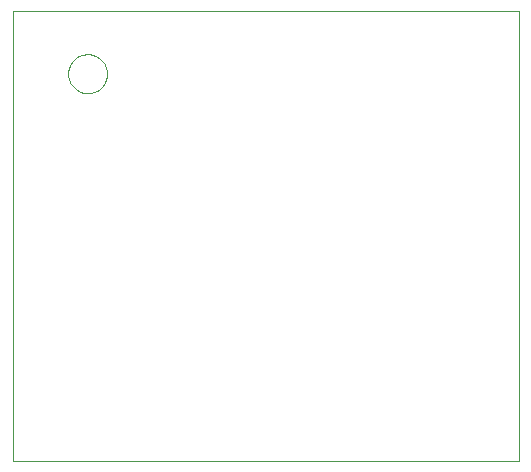
<source format=gbo>
G75*
%MOIN*%
%OFA0B0*%
%FSLAX24Y24*%
%IPPOS*%
%LPD*%
%AMOC8*
5,1,8,0,0,1.08239X$1,22.5*
%
%ADD10C,0.0000*%
D10*
X000180Y000180D02*
X000180Y015176D01*
X017050Y015176D01*
X017050Y000180D01*
X000180Y000180D01*
X002030Y013080D02*
X002032Y013130D01*
X002038Y013180D01*
X002048Y013230D01*
X002061Y013278D01*
X002078Y013326D01*
X002099Y013372D01*
X002123Y013416D01*
X002151Y013458D01*
X002182Y013498D01*
X002216Y013535D01*
X002253Y013570D01*
X002292Y013601D01*
X002333Y013630D01*
X002377Y013655D01*
X002423Y013677D01*
X002470Y013695D01*
X002518Y013709D01*
X002567Y013720D01*
X002617Y013727D01*
X002667Y013730D01*
X002718Y013729D01*
X002768Y013724D01*
X002818Y013715D01*
X002866Y013703D01*
X002914Y013686D01*
X002960Y013666D01*
X003005Y013643D01*
X003048Y013616D01*
X003088Y013586D01*
X003126Y013553D01*
X003161Y013517D01*
X003194Y013478D01*
X003223Y013437D01*
X003249Y013394D01*
X003272Y013349D01*
X003291Y013302D01*
X003306Y013254D01*
X003318Y013205D01*
X003326Y013155D01*
X003330Y013105D01*
X003330Y013055D01*
X003326Y013005D01*
X003318Y012955D01*
X003306Y012906D01*
X003291Y012858D01*
X003272Y012811D01*
X003249Y012766D01*
X003223Y012723D01*
X003194Y012682D01*
X003161Y012643D01*
X003126Y012607D01*
X003088Y012574D01*
X003048Y012544D01*
X003005Y012517D01*
X002960Y012494D01*
X002914Y012474D01*
X002866Y012457D01*
X002818Y012445D01*
X002768Y012436D01*
X002718Y012431D01*
X002667Y012430D01*
X002617Y012433D01*
X002567Y012440D01*
X002518Y012451D01*
X002470Y012465D01*
X002423Y012483D01*
X002377Y012505D01*
X002333Y012530D01*
X002292Y012559D01*
X002253Y012590D01*
X002216Y012625D01*
X002182Y012662D01*
X002151Y012702D01*
X002123Y012744D01*
X002099Y012788D01*
X002078Y012834D01*
X002061Y012882D01*
X002048Y012930D01*
X002038Y012980D01*
X002032Y013030D01*
X002030Y013080D01*
M02*

</source>
